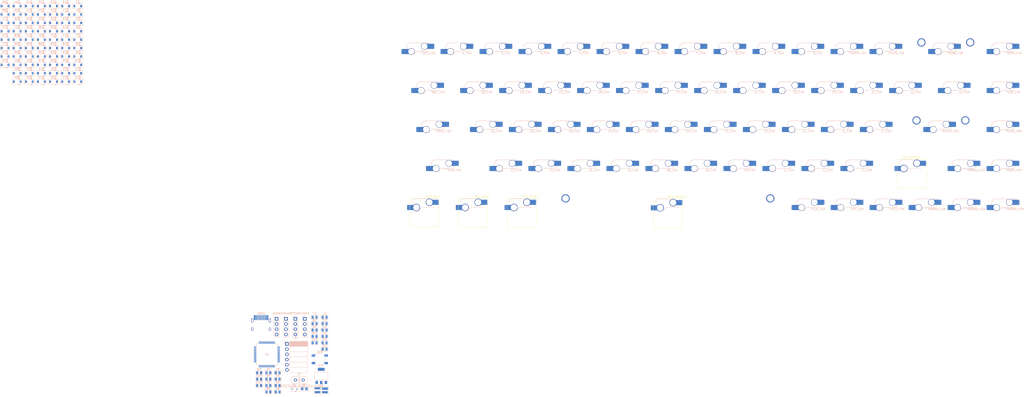
<source format=kicad_pcb>
(kicad_pcb (version 20241229) (generator "pcbnew") (generator_version "9.0")
  (layers (0 "F.Cu" signal) (4 "In1.Cu" signal) (6 "In2.Cu" signal) (2 "B.Cu" signal) (13 "F.Paste" user) (15 "B.Paste" user) (5 "F.SilkS" user "F.Silkscreen") (7 "B.SilkS" user "B.Silkscreen") (1 "F.Mask" user) (3 "B.Mask" user) (25 "Edge.Cuts" user))
  (net 0 "")
  (net 1 "GND")
  (net 2 "+3.3V")
  (net 3 "+5V")
  (net 4 "Net-(D3-A)")
  (net 5 "Net-(D4-A)")
  (net 6 "Net-(D5-A)")
  (net 7 "Net-(D6-A)")
  (net 8 "Net-(D7-A)")
  (net 9 "Net-(D8-A)")
  (net 10 "Net-(D9-A)")
  (net 11 "Net-(D10-A)")
  (net 12 "Net-(D11-A)")
  (net 13 "Net-(D12-A)")
  (net 14 "Net-(D13-A)")
  (net 15 "Net-(D14-A)")
  (net 16 "Net-(D15-A)")
  (net 17 "Net-(D16-A)")
  (net 18 "Net-(D17-A)")
  (net 19 "Net-(D18-A)")
  (net 20 "Net-(D19-A)")
  (net 21 "Net-(D20-A)")
  (net 22 "Net-(D21-A)")
  (net 23 "Net-(D22-A)")
  (net 24 "Net-(D23-A)")
  (net 25 "Net-(D29-A)")
  (net 26 "Net-(D30-A)")
  (net 27 "Net-(D31-A)")
  (net 28 "Net-(D32-A)")
  (net 29 "Net-(D33-A)")
  (net 30 "Net-(D24-A)")
  (net 31 "Net-(D25-A)")
  (net 32 "Net-(D26-A)")
  (net 33 "Net-(D27-A)")
  (net 34 "Net-(D28-A)")
  (net 35 "Net-(D34-A)")
  (net 36 "/COL2")
  (net 37 "/COL3")
  (net 38 "/COL4")
  (net 39 "/COL5")
  (net 40 "/COL1")
  (net 41 "/ROT_TIMB")
  (net 42 "/ROT_TIMA")
  (net 43 "Net-(U1-OSCIN)")
  (net 44 "Net-(U1-OSCOUT)")
  (net 45 "Net-(U1-VCAP)")
  (net 46 "/NRST")
  (net 47 "/D+")
  (net 48 "/D-")
  (net 49 "/ROW1")
  (net 50 "/ROW2")
  (net 51 "/ROW3")
  (net 52 "/ROW4")
  (net 53 "/ROW5")
  (net 54 "Net-(D35-A)")
  (net 55 "/ROT_SW")
  (net 56 "/UART_TX_EAST")
  (net 57 "/UART_RX_EAST")
  (net 58 "Net-(U1-VDDA)")
  (net 59 "/RGB_DATAIN")
  (net 60 "Net-(D36-A)")
  (net 61 "Net-(D37-A)")
  (net 62 "Net-(D38-A)")
  (net 63 "Net-(D39-A)")
  (net 64 "Net-(D40-A)")
  (net 65 "Net-(D41-A)")
  (net 66 "Net-(D42-A)")
  (net 67 "Net-(D43-A)")
  (net 68 "Net-(D44-A)")
  (net 69 "Net-(D45-A)")
  (net 70 "Net-(D46-A)")
  (net 71 "Net-(D47-A)")
  (net 72 "Net-(D48-A)")
  (net 73 "Net-(D50-A)")
  (net 74 "Net-(D51-A)")
  (net 75 "Net-(D52-A)")
  (net 76 "Net-(D53-A)")
  (net 77 "Net-(D54-A)")
  (net 78 "Net-(D55-A)")
  (net 79 "Net-(D56-A)")
  (net 80 "Net-(D57-A)")
  (net 81 "Net-(D58-A)")
  (net 82 "/UART_TX_NORTH")
  (net 83 "/UART_RX_NORTH")
  (net 84 "Net-(USB1-CC2)")
  (net 85 "Net-(USB1-CC1)")
  (net 86 "Net-(U1-PA11)")
  (net 87 "Net-(U1-PA12)")
  (net 88 "Net-(U1-BOOT)")
  (net 89 "/JTCLK")
  (net 90 "Net-(J1-Pin_2)")
  (net 91 "/JTMS")
  (net 92 "Net-(J1-Pin_4)")
  (net 93 "Net-(J1-Pin_5)")
  (net 94 "Net-(J1-Pin_6)")
  (net 95 "/SWO")
  (net 96 "/UART_TX_SOUTH")
  (net 97 "/UART_RX_SOUTH")
  (net 99 "AGND")
  (net 100 "Net-(D59-A)")
  (net 101 "/UART_TX_WEST")
  (net 104 "Net-(D60-A)")
  (net 105 "Net-(D61-A)")
  (net 106 "Net-(D62-A)")
  (net 109 "Net-(D64-A)")
  (net 111 "Net-(D65-A)")
  (net 112 "Net-(D68-A)")
  (net 113 "/UART_RX_WEST")
  (net 114 "Net-(D71-A)")
  (net 115 "Net-(D72-A)")
  (net 116 "Net-(D73-A)")
  (net 119 "Net-(D2-A)")
  (net 124 "Net-(D74-A)")
  (net 125 "Net-(D75-A)")
  (net 126 "Net-(D76-A)")
  (net 127 "/COL12")
  (net 128 "/COL9")
  (net 129 "/COL10")
  (net 130 "/COL11")
  (net 131 "/COL6")
  (net 132 "/COL7")
  (net 133 "/COL8")
  (net 134 "/COL14")
  (net 135 "/COL13")
  (net 136 "/COL15")
  (footprint "PCM_marbastlib-mx:STAB_MX_P_2u" (layer "F.Cu") (at 230.98125 47.625)
    (property "Reference" "S3" (hide yes))
    (property "Value" "MX_stab")
  )
  (footprint "PCM_Switch_Keyboard_Hotswap_Kailh:SW_Hotswap_Kailh_MX_Plated_1.25u" (layer "F.Cu") (at 23.8125 123.825)
    (property "Reference" "KEY_CTRL1")
    (property "Value" "MX_SW_HS")
  )
  (footprint "PCM_Switch_Keyboard_Hotswap_Kailh:SW_Hotswap_Kailh_MX_Plated_1.25u" (layer "F.Cu") (at 95.25 123.98375)
    (property "Reference" "KEY_SPACE1")
    (property "Value" "MX_SW_HS")
  )
  (footprint "PCM_marbastlib-mx:STAB_MX_2.25u" (layer "F.Cu") (at -14.2875 104.775)
    (property "Reference" "S1" (hide yes))
    (property "Value" "MX_stab")
  )
  (footprint "PCM_marbastlib-mx:STAB_MX_P_6.25u" (layer "F.Cu") (at 95.25 123.825)
    (property "Reference" "S2" (hide yes))
    (property "Value" "MX_stab")
  )
  (footprint "PCM_marbastlib-mx:STAB_MX_P_2.25u" (layer "F.Cu") (at 228.6 85.725)
    (property "Reference" "S4" (hide yes))
    (property "Value" "MX_stab")
  )
  (footprint "PCM_Switch_Keyboard_Hotswap_Kailh:SW_Hotswap_Kailh_MX_Plated_1.25u" (layer "F.Cu") (at -23.8125 123.825)
    (property "Reference" "KEY_ALT1")
    (property "Value" "MX_SW_HS")
  )
  (footprint "PCM_Switch_Keyboard_Hotswap_Kailh:SW_Hotswap_Kailh_MX_Plated_1.25u" (layer "F.Cu") (at 0 123.825)
    (property "Reference" "KEY_WIN1")
    (property "Value" "MX_SW_HS")
  )
  (footprint "PCM_Switch_Keyboard_Hotswap_Kailh:SW_Hotswap_Kailh_MX_Plated_1.75u" (layer "F.Cu") (at 214.3125 104.775)
    (property "Reference" "KEY_SHIFT2")
    (property "Value" "MX_SW_HS")
  )
  (footprint "PCM_Resistor_SMD_AKL:R_0805_2012Metric" (layer "B.Cu") (at -99.92025 205.13825 180)
    (property "Reference" "R6")
    (property "Value" "22" (hide yes))
  )
  (footprint "PCM_marbastlib-mx:SW_MX_HS_CPG151101S11_1u" (layer "B.Cu") (at -7.19625 47.625 180)
    (property "Reference" "KEY_1")
    (property "Value" "MX_SW_HS")
  )
  (footprint "PCM_marbastlib-mx:SW_MX_HS_CPG151101S11_1u" (layer "B.Cu") (at 173.83125 66.675 180)
    (property "Reference" "KEY_P1")
    (property "Value" "MX_SW_HS")
  )
  (footprint "PCM_Diode_SMD_AKL:D_SOD-123" (layer "B.Cu") (at -210.80025 35.19825 180)
    (property "Reference" "D36")
    (property "Value" "1N4148W" (hide yes))
  )
  (footprint "PCM_Capacitor_SMD_AKL:C_0805_2012Metric" (layer "B.Cu") (at -77.352932 178.02825 180)
    (property "Reference" "C8")
    (property "Value" "10uF" (hide yes))
  )
  (footprint "PCM_marbastlib-mx:SW_MX_HS_CPG151101S11_1u" (layer "B.Cu") (at 259.55625 47.625 180)
    (property "Reference" "KEY_HOME1")
    (property "Value" "MX_SW_HS")
  )
  (footprint "PCM_Diode_SMD_AKL:D_SOD-123" (layer "B.Cu") (at -222.64025 26.99825 180)
    (property "Reference" "D55")
    (property "Value" "1N4148W" (hide yes))
  )
  (footprint "PCM_marbastlib-mx:SW_MX_HS_CPG151101S11_1u" (layer "B.Cu") (at 188.11875 104.775 180)
    (property "Reference" "KEY_/1")
    (property "Value" "MX_SW_HS")
  )
  (footprint "PCM_Diode_SMD_AKL:D_SOD-123" (layer "B.Cu") (at -228.56025 31.09825 180)
    (property "Reference" "D71")
    (property "Value" "1N4148W" (hide yes))
  )
  (footprint "PCM_marbastlib-mx:SW_MX_HS_CPG151101S11_1u" (layer "B.Cu") (at 164.25375 47.625 180)
    (property "Reference" "KEY_0")
    (property "Value" "MX_SW_HS")
  )
  (footprint "PCM_marbastlib-mx:SW_MX_HS_CPG151101S11_1u" (layer "B.Cu") (at 130.96875 104.775 180)
    (property "Reference" "KEY_M1")
    (property "Value" "MX_SW_HS")
  )
  (footprint "PCM_Diode_SMD_AKL:D_SOD-123" (layer "B.Cu") (at -210.80025 43.39825 180)
    (property "Reference" "D38")
    (property "Value" "1N4148W" (hide yes))
  )
  (footprint "PCM_Diode_SMD_AKL:D_SOD-123" (layer "B.Cu") (at -198.96025 59.79825 180)
    (property "Reference" "D22")
    (property "Value" "1N4148W" (hide yes))
  )
  (footprint "PCM_marbastlib-mx:SW_MX_HS_CPG151101S11_1u" (layer "B.Cu") (at 73.81875 104.775 180)
    (property "Reference" "KEY_V1")
    (property "Value" "MX_SW_HS")
  )
  (footprint "PCM_marbastlib-mx:SW_MX_HS_CPG151101S11_1u" (layer "B.Cu") (at 159.54375 85.725 180)
    (property "Reference" "KEY_L1")
    (property "Value" "MX_SW_HS")
  )
  (footprint "PCM_Diode_SMD_AKL:D_SOD-123" (layer "B.Cu") (at -204.88025 47.49825 180)
    (property "Reference" "D29")
    (property "Value" "1N4148W" (hide yes))
  )
  (footprint "PCM_marbastlib-mx:SW_MX_HS_CPG151101S11_1u" (layer "B.Cu") (at 116.68125 66.675 180)
    (property "Reference" "KEY_U1")
    (property "Value" "MX_SW_HS")
  )
  (footprint "PCM_Resistor_SMD_AKL:R_0805_2012Metric" (layer "B.Cu") (at -104.44025 208.25825 180)
    (property "Reference" "R13")
    (property "Value" "DNP" (hide yes))
  )
  (footprint "PCM_marbastlib-mx:SW_MX_HS_CPG151101S11_1u" (layer "B.Cu") (at 259.55625 123.825 180)
    (property "Reference" "KEY_RARROW1")
    (property "Value" "MX_SW_HS")
  )
  (footprint "PCM_Diode_SMD_AKL:D_SOD-123" (layer "B.Cu") (at -198.96025 43.39825 180)
    (property "Reference" "D18")
    (property "Value" "1N4148W" (hide yes))
  )
  (footprint "PCM_Diode_SMD_AKL:D_SOD-123" (layer "B.Cu") (at -193.04025 22.89825 180)
    (property "Reference" "D3")
    (property "Value" "1N4148W" (hide yes))
  )
  (footprint "PCM_Diode_SMD_AKL:D_SOD-123" (layer "B.Cu") (at -204.88025 22.89825 180)
    (property "Reference" "D23")
    (property "Value" "1N4148W" (hide yes))
  )
  (footprint "PCM_marbastlib-mx:SW_MX_HS_CPG151101S11_1u" (layer "B.Cu") (at 45.24375 85.725 180)
    (property "Reference" "KEY_D1")
    (property "Value" "MX_SW_HS")
  )
  (footprint "PCM_Diode_SMD_AKL:D_SOD-123" (layer "B.Cu") (at -222.64025 43.39825 180)
    (property "Reference" "D59")
    (property "Value" "1N4148W" (hide yes))
  )
  (footprint "PCM_Diode_SMD_AKL:D_SOD-123" (layer "B.Cu") (at -228.56025 22.89825 180)
    (property "Reference" "D65")
    (property "Value" "1N4148W" (hide yes))
  )
  (footprint "Connector_PinSocket_2.54mm:PinSocket_1x04_P2.54mm_Vertical" (layer "B.Cu") (at -86.71525 175.67325 180)
    (property "Reference" "North1")
    (property "Value" "Conn_01x04")
  )
  (footprint "PCM_Resistor_SMD_AKL:R_0805_2012Metric" (layer "B.Cu") (at -99.92025 202.01825 180)
    (property "Reference" "R5")
    (property "Value" "10k" (hide yes))
  )
  (footprint "PCM_Resistor_SMD_AKL:R_0805_2012Metric" (layer "B.Cu") (at -104.44025 205.13825 180)
    (property "Reference" "R10")
    (property "Value" "DNP" (hide yes))
  )
  (footprint "Connector_PinSocket_2.54mm:PinSocket_1x04_P2.54mm_Vertical" (layer "B.Cu") (at -95.91525 175.67325 180)
    (property "Reference" "West1")
    (property "Value" "Conn_01x04")
  )
  (footprint "PCM_Diode_SMD_AKL:D_SOD-123" (layer "B.Cu") (at -210.80025 51.59825 180)
    (property "Reference" "D40")
    (property "Value" "1N4148W" (hide yes))
  )
  (footprint "PCM_marbastlib-mx:SW_MX_HS_CPG151101S11_1u" (layer "B.Cu") (at 35.71875 104.775 180)
    (property "Reference" "KEY_X1")
    (property "Value" "MX_SW_HS")
  )
  (footprint "PCM_Diode_SMD_AKL:D_SOD-123" (layer "B.Cu") (at -204.88025 35.19825 180)
    (property "Reference" "D26")
    (property "Value" "1N4148W" (hide yes))
  )
  (footprint "PCM_Diode_SMD_AKL:D_SOD-123" (layer "B.Cu") (at -222.64025 55.69825 180)
    (property "Reference" "D62")
    (property "Value" "1N4148W" (hide yes))
  )
  (footprint "PCM_Diode_SMD_AKL:D_SOD-123" (layer "B.Cu") (at -198.96025 39.29825 180)
    (property "Reference" "D17")
    (property "Value" "1N4148W" (hide yes))
  )
  (footprint "PCM_marbastlib-mx:SW_MX_HS_CPG151101S11_1u" (layer "B.Cu") (at 11.85375 47.625 180)
    (property "Reference" "KEY_2")
    (property "Value" "MX_SW_HS")
  )
  (footprint "PCM_Diode_SMD_AKL:D_SOD-123" (layer "B.Cu") (at -198.96025 26.99825 180)
    (property "Reference" "D14")
    (property "Value" "1N4148W" (hide yes))
  )
  (footprint "PCM_marbastlib-mx:SW_MX_HS_CPG151101S11_1u" (layer "B.Cu") (at 102.39375 85.725 180)
    (property "Reference" "KEY_H1")
    (property "Value" "MX_SW_HS")
  )
  (footprint "PCM_marbastlib-mx:SW_MX_HS_CPG151101S11_1u" (layer "B.Cu") (at 126.15375 47.625 180)
    (property "Reference" "KEY_8")
    (property "Value" "MX_SW_HS")
  )
  (footprint "PCM_marbastlib-mx:SW_MX_HS_CPG151101S11_1u" (layer "B.Cu") (at 88.05375 47.625 180)
    (property "Reference" "KEY_6")
    (property "Value" "MX_SW_HS")
  )
  (footprint "PCM_Diode_SMD_AKL:D_SOD-123" (layer "B.Cu") (at -210.80025 59.79825 180)
    (property "Reference" "D42")
    (property "Value" "1N4148W" (hide yes))
  )
  (footprint "PCM_marbastlib-mx:SW_MX_HS_CPG151101S11_1u" (layer "B.Cu") (at 183.35625 123.825 180)
    (property "Reference" "KEY_FN1")
    (property "Value" "MX_SW_HS")
  )
  (footprint "PCM_marbastlib-mx:SW_MX_HS_CPG151101S11_1u" (layer "B.Cu") (at -26.26875 47.625 180)
    (property "Reference" "KEY_ESC1")
    (property "Value" "MX_SW_HS")
  )
  (footprint "PCM_Diode_SMD_AKL:D_SOD-123" (layer "B.Cu") (at -210.80025 22.89825 180)
    (property "Reference" "D33")
    (property "Value" "1N4148W" (hide yes))
  )
  (footprint "PCM_marbastlib-mx:SW_MX_HS_CPG151101S11_1u" (layer "B.Cu") (at 30.90375 47.625 180)
    (property "Reference" "KEY_3")
    (property "Value" "MX_SW_HS")
  )
  (footprint "PCM_marbastlib-mx:SW_MX_HS_CPG151101S11_1u" (layer "B.Cu") (at 7.14375 85.725 180)
    (property "Reference" "KEY_A1")
    (property "Value" "MX_SW_HS")
  )
  (footprint "PCM_marbastlib-mx:SW_MX_HS_CPG151101S11_1u" (layer "B.Cu") (at 154.78125 66.675 180)
    (property "Reference" "KEY_O1")
    (property "Value" "MX_SW_HS")
  )
  (footprint "PCM_Diode_SMD_AKL:D_SOD-123" (layer "B.Cu") (at -210.80025 31.09825 180)
    (property "Reference" "D35")
    (property "Value" "1N4148W" (hide yes))
  )
  (footprint "PCM_marbastlib-mx:SW_MX_HS_CPG151101S11_1u" (layer "B.Cu") (at 221.45625 123.825 180)
    (property "Reference" "KEY_DARROW1")
    (property "Value" "MX_SW_HS")
  )
  (footprint "PCM_marbastlib-mx:SW_MX_HS_CPG151101S11_1u" (layer "B.Cu") (at 111.91875 104.775 180)
    (property "Reference" "KEY_N1")
    (property "Value" "MX_SW_HS")
  )
  (footprint "PCM_Diode_SMD_AKL:D_SOD-123" (layer "B.Cu") (at -228.56025 35.19825 180)
    (property "Reference" "D72")
    (property "Value" "1N4148W" (hide yes))
  )
  (footprint "PCM_Diode_SMD_AKL:D_SOD-123" (layer "B.Cu") (at -193.04025 59.79825 180)
    (property "Reference" "D12")
    (property "Value" "1N4148W" (hide yes))
  )
  (footprint "PCM_Diode_SMD_AKL:D_SOD-123" (layer "B.Cu") (at -216.72025 26.99825 180)
    (property "Reference" "D44")
    (property "Value" "1N4148W" (hide yes))
  )
  (footprint "PCM_Diode_SMD_AKL:D_SOD-123" (layer "B.Cu") (at -193.04025 26.99825 180)
    (property "Reference" "D4")
    (property "Value" "1N4148W" (hide yes))
  )
  (footprint "PCM_marbastlib-mx:SW_MX_HS_CPG151101S11_1u" (layer "B.Cu") (at 259.55625 66.675 180)
    (property "Reference" "KEY_DEL1")
    (property "Value" "MX_SW_HS")
  )
  (footprint "PCM_Resistor_SMD_AKL:R_0805_2012Metric" (layer "B.Cu") (at -95.40025 208.25825 180)
    (property "Reference" "R3")
    (property "Value" "22" (hide yes))
  )
  (footprint "PCM_marbastlib-mx:SW_MX_HS_CPG151101S11_1u" (layer "B.Cu") (at 78.50625 66.675 180)
    (property "Reference" "KEY_T1")
    (property "Value" "MX_SW_HS")
  )
  (footprint "PCM_marbastlib-mx:SW_MX_HS_CPG151101S11_1u" (layer "B.Cu") (at 49.95375 47.625 180)
    (property "Reference" "KEY_4")
    (property "Value" "MX_SW_HS")
  )
  (footprint "PCM_Diode_SMD_AKL:D_SOD-123" (layer "B.Cu") (at -210.80025 47.49825 180)
    (property "Reference" "D39")
    (property "Value" "1N4148W" (hide yes))
  )
  (footprint "PCM_Capacitor_SMD_AKL:C_0805_2012Metric" (layer "B.Cu") (at -72.471144 190.50825 180)
    (property "Reference" "C6")
    (property "Value" "100nF" (hide yes))
  )
  (footprint "PCM_Resistor_SMD_AKL:R_0805_2012Metric" (layer "B.Cu") (at -99.92025 208.25825 180)
    (property "Reference" "R7")
    (property "Value" "22" (hide yes))
  )
  (footprint "PCM_Capacitor_SMD_AKL:C_0805_2012Metric" (layer "B.Cu") (at -72.471144 178.02825 180)
    (property "Reference" "C2")
    (property "Value" "20pF" (hide yes))
  )
  (footprint "PCM_Diode_SMD_AKL:D_SOD-123" (layer "B.Cu") (at -198.96025 47.49825 180)
    (property "Reference" "D19")
    (property "Value" "1N4148W" (hide yes))
  )
  (footprint "PCM_Capacitor_SMD_AKL:C_0805_2012Metric" (layer "B.Cu") (at -77.352932 181.14825 180)
    (property "Reference" "C9")
    (property "Value" "4.7uF" (hide yes))
  )
  (footprint "PCM_Diode_SMD_AKL:D_SOD-123" (layer "B.Cu") (at -216.72025 43.39825 180)
    (property "Reference" "D48")
    (property "Value" "1N4148W" (hide yes))
  )
  (footprint "PCM_Diode_SMD_AKL:D_SOD-123" (layer "B.Cu") (at -204.88025 39.29825 180)
    (property "Reference" "D27")
    (property "Value" "1N4148W" (hide yes))
  )
  (footprint "PCM_marbastlib-mx:SW_MX_HS_CPG151101S11_1u" (layer "B.Cu") (at 2.38125 66.675 180)
    (property "Reference" "KEY_Q1")
    (property "Value" "MX_SW_HS")
  )
  (footprint "PCM_marbastlib-mx:SW_MX_HS_CPG151101S11_1u" (layer "B.Cu") (at 240.50625 104.775 180)
    (property "Reference" "KEY_UARROW1")
    (property "Value" "MX_SW_HS")
  )
  (footprint "PCM_Diode_SMD_AKL:D_SOD-123" (layer "B.Cu") (at -210.80025 55.69825 180)
    (property "Reference" "D41")
    (property "Value" "1N4148W" (hide yes))
  )
  (footprint "PCM_Diode_SMD_AKL:D_SOD-123" (layer "B.Cu") (at -193.04025 47.49825 180)
    (property "Reference" "D9")
    (property "Value" "1N4148W" (hide yes))
  )
  (footprint "PCM_Diode_SMD_AKL:D_SOD-123" (layer "B.Cu") (at -193.04025 31.09825 180)
    (property "Reference" "D5")
    (property "Value" "1N4148W" (hide yes))
  )
  (footprint "PCM_Diode_SMD_AKL:D_SOD-123" (layer "B.Cu") (at -193.04025 55.69825 180)
    (property "Reference" "D11")
    (property "Value" "1N4148W" (hide yes))
  )
  (footprint "PCM_Diode_SMD_AKL:D_SOD-123" (layer "B.Cu") (at -222.64025 47.49825 180)
    (property "Reference" "D60")
    (property "Value" "1N4148W" (hide yes))
  )
  (footprint "PCM_Capacitor_SMD_AKL:C_0805_2012Metric" (layer "B.Cu") (at -72.471144 184.26825 180)
    (property "Reference" "C4")
    (property "Value" "100nF" (hide yes))
  )
  (footprint "PCM_Diode_SMD_AKL:D_SOD-123" (layer "B.Cu") (at -222.64025 22.89825 180)
    (property "Reference" "D54")
    (property "Value" "1N4148W" (hide yes))
  )
  (footprint "Type-C.pretty-master:HRO-TYPE-C-31-M-12-HandSoldering" (layer "B.Cu") (at -103.51025 183.26825 180)
    (property "Reference" "USB1")
    (property "Value" "HRO-TYPE-C-31-M-12")
  )
  (footprint "PCM_Diode_SMD_AKL:D_SOD-123" (layer "B.Cu") (at -193.04025 35.19825 180)
    (property "Reference" "D6")
    (property "Value" "1N4148W" (hide yes))
  )
  (footprint "PCM_marbastlib-mx:SW_MX_HS_CPG151101S11_1u" (layer "B.Cu") (at 59.50625 66.675 180)
    (property "Reference" "KEY_R1")
    (property "Value" "MX_SW_HS")
  )
  (footprint "PCM_marbastlib-mx:SW_MX_HS_CPG151101S11_1u" (layer "B.Cu") (at 192.88125 66.675 180)
    (property "Reference" "KEY_[1")
    (property "Value" "MX_SW_HS")
  )
  (footprint "PCM_Diode_SMD_AKL:D_SOD-123" (layer "B.Cu") (at -228.56025 47.49825 180)
    (property "Reference" "D75")
    (property "Value" "1N4148W" (hide yes))
  )
  (footprint "PCM_marbastlib-mx:SW_MX_HS_CPG151101S11_1u" (layer "B.Cu") (at 140.49375 85.725 180)
    (property "Reference" "KEY_K1")
    (property "Value" "MX_SW_HS")
  )
  (footprint "PCM_marbastlib-mx:SW_MX_HS_CPG151101S11_1u" (layer "B.Cu") (at -14.2875 104.775 180)
    (property "Reference" "KEY_SHIFT1")
    (property "Value" "MX_SW_HS")
  )
  (footprint "PCM_marbastlib-various:SW_SPST_SKQG_WithStem" (layer "B.Cu") (at -74.80525 195.44325 180)
    (property "Reference" "SW2")
    (property "Value" "Push_Button")
  )
  (footprint "PCM_Diode_SMD_AKL:D_SOD-123" (layer "B.Cu") (at -222.64025 39.29825 180)
    (property "Reference" "D58")
    (property "Value" "1N4148W" (hide yes))
  )
  (footprint "PCM_Diode_SMD_AKL:D_SOD-123" (layer "B.Cu") (at -198.96025 51.59825 180)
    (property "Reference" "D20")
    (property "Value" "1N4148W" (hide yes))
  )
  (footprint "PCM_Diode_SMD_AKL:D_SOD-123" (layer "B.Cu") (at -198.96025 31.09825 180)
    (property "Reference" "D15")
    (property "Value" "1N4148W" (hide yes))
  )
  (footprint "PCM_marbastlib-mx:SW_MX_HS_CPG151101S11_1u" (layer "B.Cu") (at -21.50625 66.675 180)
    (property "Reference" "KEY_TAB1")
    (property "Value" "MX_SW_HS")
  )
  (footprint "PCM_Diode_SMD_AKL:D_SOD-323" (layer "B.Cu") (at -87.17025 209.99825 180)
    (property "Reference" "D2")
    (property "Value" "BAT60JFILM" (hide yes))
  )
  (footprint "PCM_Diode_SMD_AKL:D_SOD-123" (layer "B.Cu") (at -216.72025 55.69825 180)
    (property "Reference" "D52")
    (property "Value" "1N4148W" (hide yes))
  )
  (footprint "PCM_marbastlib-mx:SW_MX_HS_CPG151101S11_1u" (layer "B.Cu") (at 40.48125 66.675 180)
    (property "Reference" "KEY_E1")
    (property "Value" "MX_SW_HS")
  )
  (footprint "PCM_Diode_SMD_AKL:D_SOD-123" (layer "B.Cu") (at -216.72025 59.79825 180)
    (property "Reference" "D53")
    (property "Value" "1N4148W" (hide yes))
  )
  (footprint "PCM_marbastlib-mx:SW_MX_HS_CPG151101S11_1u" (layer "B.Cu") (at 92.86875 104.775 180)
    (property "Reference" "KEY_B1")
    (property "Value" "MX_SW_HS")
  )
  (footprint "PCM_Resistor_SMD_AKL:R_0805_2012Metric" (layer "B.Cu") (at -95.40025 205.13825 180)
    (property "Reference" "R2")
    (property "Value" "5.1k" (hide yes))
  )
  (footprint "PCM_marbastlib-mx:SW_MX_HS_CPG151101S11_1u" (layer "B.Cu") (at 202.40625 123.825 180)
    (property "Reference" "KEY_CTRL2")
    (property "Value" "MX_SW_HS")
  )
  (footprint "PCM_marbastlib-mx:SW_MX_HS_CPG151101S11_1u" (layer "B.Cu") (at 83.34375 85.725 180)
    (property "Reference" "KEY_G1")
    (property "Value" "MX_SW_HS")
  )
  (footprint "PCM_Capacitor_SMD_AKL:C_0805_2012Metric" (layer "B.Cu") (at -77.352932 184.26825 180)
    (property "Reference" "C10")
    (property "Value" "1uF" (hide yes))
  )
  (footprint "PCM_marbastlib-mx:SW_MX_HS_CPG151101S11_1u" (layer "B.Cu") (at 26.19375 85.725 180)
    (property "Reference" "KEY_S1")
    (property "Value" "MX_SW_HS")
  )
  (footprint "PCM_Diode_SMD_AKL:D_SOD-123" (layer "B.Cu") (at -198.96025 35.19825 180)
    (property "Reference" "D16")
    (property "Value" "1N4148W" (hide yes))
  )
  (footprint "PCM_marbastlib-mx:SW_MX_HS_CPG151101S11_1u" (layer "B.Cu") (at 259.55625 104.775 180)
    (property "Reference" "KEY_PGDN1")
    (property "Value" "MX_SW_HS")
  )
  (footprint "PCM_Capacitor_SMD_AKL:C_0805_2012Metric" (layer "B.Cu") (at -77.352932 187.38825 180)
    (property "Reference" "C11")
    (property "Value" "0.1uF" (hide yes))
  )
  (footprint "PCM_Diode_SMD_AKL:D_SOD-123" (layer "B.Cu") (at -216.72025 31.09825 180)
    (property "Reference" "D45")
    (property "Value" "1N4148W" (hide yes))
  )
  (footprint "PCM_marbastlib-mx:SW_MX_HS_CPG151101S11_1u" (layer "B.Cu") (at -19.05 85.725 180)
    (property "Reference" "KEY_CAPS1")
    (property "Value" "MX_SW_HS")
  )
  (footprint "PCM_marbastlib-mx:SW_MX_HS_CPG151101S11_1u" (layer "B.Cu") (at 64.29375 85.725 180)
    (property "Reference" "KEY_F1")
    (property "Value" "MX_SW_HS")
  )
  (footprint "PCM_marbastlib-mx:SW_MX_HS_CPG151101S11_1u" (layer "B.Cu") (at 135.70625 66.675 180)
    (property "Reference" "KEY_I1")
    (property "Value" "MX_SW_HS")
  )
  (footprint "PCM_Diode_SMD_AKL:D_SOD-123" (layer "B.Cu") (at -216.72025 51.59825 180)
    (property "Reference" "D51")
    (property "Value" "1N4148W" (hide yes))
  )
  (footprint "PCM_Diode_SMD_AKL:D_SOD-123" (layer "B.Cu") (at -204.88025 26.99825 180)
    (property "Reference" "D24")
    (property "Value" "1N4148W" (hide yes))
  )
  (footprint "PCM_Diode_SMD_AKL:D_SOD-123" (layer "B.Cu") (at -222.64025 59.79825 180)
    (property "Reference" "D64")
    (property "Value" "1N4148W" (hide yes))
  )
  (footprint "PCM_Diode_SMD_AKL:D_SOD-123" (layer "B.Cu") (at -216.72025 47.49825 180)
    (property "Reference" "D50")
    (property "Value" "1N4148W" (hide yes))
  )
  (footprint "PCM_Resistor_SMD_AKL:R_0805_2012Metric" (layer "B.Cu") (at -104.44025 202.01825 180)
    (property "Reference" "R9")
    (property "Value" "22" (hide yes))
  )
  (footprint "PCM_Diode_SMD_AKL:D_SOD-123" (layer "B.Cu") (at -204.88025 55.69825 180)
    (property "Reference" "D31")
    (property "Value" "1N4148W" (hide yes))
  )
  (footprint "PCM_Fuse_AKL:Fuse_0805_2012Metric_Pad1.15x1.40mm_BigPads" (layer "B.Cu") (at -82.35025 209.80825 180)
    (property "Reference" "FB1")
    (property "Value" "Ferrite_Bead" (hide yes))
  )
  (footprint "PCM_marbastlib-mx:SW_MX_HS_CPG151101S11_1u" (layer "B.Cu") (at 230.98125 47.625 180)
    (property "Reference" "KEY_BKSP1")
    (property "Value" "MX_SW_HS")
  )
  (footprint "PCM_Diode_SMD_AKL:D_SOD-123" (layer "B.Cu") (at -204.88025 31.09825 180)
    (property "Reference" "D25")
    (property "Value" "1N4148W" (hide yes))
  )
  (footprint "PCM_marbastlib-mx:SW_MX_HS_CPG151101S11_1u" (layer "B.Cu") (at 183.30375 47.625 180)
    (property "Reference" "KEY_MINUS1")
    (property "Value" "MX_SW_HS")
  )
  (footprint "PCM_Diode_SMD_AKL:D_SOD-123" (layer "B.Cu") (at -228.56025 26.99825 180)
    (property "Reference" "D68")
    (property "Value" "1N4148W" (hide yes))
  )
  (footprint "PCM_marbastlib-mx:SW_MX_HS_CPG151101S11_1u" (layer "B.Cu") (at 150.01875 104.775 180)
    (property "Reference" "KEY_,1")
    (property "Value" "MX_SW_HS")
  )
  (footprint "PCM_Diode_SMD_AKL:D_SOD-123" (layer "B.Cu") (at -216.72025 39.29825 180)
    (property "Reference" "D47")
    (property "Value" "1N4148W" (hide yes))
  )
  (footprint "PCM_marbastlib-mx:SW_MX_HS_CPG151101S11_1u" (layer "B.Cu") (at 178.59375 85.725 180)
    (property "Reference" "KEY_;1")
    (property "Value" "MX_SW_HS")
  )
  (footprint "PCM_marbastlib-mx:SW_MX_HS_CPG151101S11_1u" (layer "B.Cu") (at 97.63125 66.675 180)
    (property "Reference" "KEY_Y1")
    (property "Value" "MX_SW_HS")
  )
  (footprint "PCM_Diode_SMD_AKL:D_SOD-123" (layer "B.Cu") (at -216.72025 35.19825 180)
    (property "Reference" "D46")
    (property "Value" "1N4148W" (hide yes))
  )
  (footprint "PCM_Package_TO_SOT_SMD_AKL:SOT-143_Handsoldering" (layer "B.Cu") (at -74.08275 210.54325 180)
    (property "Reference" "D1")
    (property "Value" "PRTR5V0U2X")
  )
  (footprint "PCM_Diode_SMD_AKL:D_SOD-123" (layer "B.Cu") (at -210.80025 26.99825 180)
    (property "Reference" "D34")
    (property "Value" "1N4148W" (hide yes))
  )
  (footprint "Connector_PinSocket_2.54mm:PinSocket_1x06_P2.54mm_Horizontal" (layer "B.Cu") (at -90.86525 187.92325 180)
    (property "Reference" "J1")
    (property "Value" "Conn_01x06")
  )
  (footprint "PCM_marbastlib-mx:SW_MX_HS_CPG151101S11_1u" (layer "B.Cu") (at 202.33125 47.625 180)
    (property "Reference" "KEY_PLUS1")
    (property "Value" "MX_SW_HS")
  )
  (footprint "Connector_PinSocket_2.54mm:PinSocket_1x04_P2.54mm_Vertical" (layer "B.Cu") (at -82.11525 175.67325 180)
    (property "Reference" "East1")
    (property "Value" "Conn_01x04")
  )
  (footprint "PCM_marbastlib-mx:SW_MX_HS_CPG151101S11_1u" (layer "B.Cu") (at 54.76875 104.775 180)
    (property "Reference" "KEY_C1")
    (property "Value" "MX_SW_HS")
  )
  (footprint "PCM_marbastlib-mx:SW_MX_HS_CPG151101S11_1u" (layer "B.Cu") (at 107.10375 47.625 180)
    (property "Reference" "KEY_7")
    (property "Value" "MX_SW_HS")
  )
  (footprint "PCM_Diode_SMD_AKL:D_SOD-123" (layer "B.Cu") (at -204.88025 51.59825 180)
    (property "Reference" "D30")
    (property "Value" "1N4148W" (hide yes))
  )
  (footprint "PCM_Resistor_SMD_AKL:R_0805_2012Metric" (layer "B.Cu") (at -95.40025 211.37825 180)
    (property "Reference" "R4")
    (property "Value" "22" (hide yes))
  )
  (footprint "PCM_marbastlib-mx:SW_MX_HS_CPG151101S11_1u" (layer "B.Cu") (at 16.66875 104.775 180)
    (property "Reference" "KEY_Z1")
    (property "Value" "MX_SW_HS")
  )
  (footprint "PCM_Diode_SMD_AKL:D_SOD-123" (layer "B.Cu") (at -210.80025 39.29825 180)
    (property "Reference" "D37")
    (property "Value" "1N4148W" (hide yes))
  )
  (footprint "PCM_Diode_SMD_AKL:D_SOD-123" (layer "B.Cu") (at -198.96025 55.69825 180)
    (property "Reference" "D21")
    (property "Value" "1N4148W" (hide yes))
  )
  (footprint "PCM_marbastlib-mx:SW_MX_HS_CPG151101S11_1u" (layer "B.Cu") (at 69.00375 47.625 180)
    (property "Reference" "KEY_5")
    (property "Value" "MX_SW_HS")
  )
  (footprint "PCM_Diode_SMD_AKL:D_SOD-123" (layer "B.Cu") (at -216.72025 22.89825 180)
    (property "Reference" "D43")
    (property "Value" "1N4148W" (hide yes))
  )
  (footprint "footprints:LQFP64-10x10mm" (layer "B.Cu") (at -100.64355 193.02935 180)
    (property "Reference" "U1")
    (property "Value" "~")
  )
  (footprint "PCM_Diode_SMD_AKL:D_SOD-123" (layer "B.Cu") (at -198.96025 22.89825 180)
    (property "Reference" "D13")
    (property "Value" "1N4148W" (hide yes))
  )
  (footprint "PCM_Capacitor_SMD_AKL:C_0805_2012Metric" (layer "B.Cu") (at -72.471144 187.38825 180)
    (property "Reference" "C5")
    (property "Value" "100nF" (hide yes))
  )
  (footprint "PCM_Capacitor_SMD_AKL:C_0805_2012Metric" (layer "B.Cu") (at -77.352932 174.90825 180)
    (property "Reference" "C7")
    (property "Value" "1uF" (hide yes))
  )
  (footprint "PCM_marbastlib-mx:SW_MX_HS_CPG151101S11_1u" (layer "B.Cu") (at 197.64375 85.725 180)
    (property "Reference" "KEY_'1")
    (property "Value" "MX_SW_HS")
  )
  (footprint "PCM_Diode_SMD_AKL:D_SOD-123" (layer "B.Cu") (at -228.56025 43.39825 180)
    (property "Reference" "D74")
    (property "Value" "1N4148W" (hide yes))
  )
  (footprint "PCM_marbastlib-mx:SW_MX_HS_CPG151101S11_1u" (layer "B.Cu") (at 164.30625 123.825 180)
    (property "Reference" "KEY_ALT2")
    (property "Value" "MX_SW_HS")
  )
  (footprint "PCM_marbastlib-mx:SW_MX_HS_CPG151101S11_1u" (layer "B.Cu") (at 121.44375 85.725 180)
    (property "Reference" "KEY_J1")
    (property "Value" "MX_SW_HS")
  )
  (footprint "PCM_marbastlib-mx:SW_MX_HS_CPG151101S11_1u" (layer "B.Cu") (at 145.20375 47.625 180)
    (property "Reference" "KEY_9")
    (property "Value" "MX_SW_HS")
  )
  (footprint "Connector_PinSocket_2.54mm:PinSocket_1x04_P2.54mm_Vertical" (layer "B.Cu") (at -91.31525 175.67325 180)
    (property "Reference" "South1")
    (property "Value" "Conn_01x04")
  )
  (footprint "PCM_marbastlib-mx:SW_MX_HS_CPG151101S11_1.5u" (layer "B.Cu") (at 235.74375 66.675 180)
    (property "Reference" "KEY_\\1")
    (property "Value" "MX_SW_HS")
  )
  (footprint "PCM_Crystal_AKL:Crystal_HC52-U_Vertical" (layer "B.Cu") (at -82.91525 205.52325 180)
    (property "Reference" "Y1")
    (property "Value" "8MHz" (hide yes))
  )
  (footprint "PCM_marbastlib-mx:SW_MX_HS_CPG151101S11_1u" (layer "B.Cu") (at 211.93125 66.675 180)
    (property "Reference" "KEY_]1")
    (property "Value" "MX_SW_HS")
  )
  (footprint "PCM_Diode_SMD_AKL:D_SOD-123" (layer "B.Cu") (at -228.56025 51.59825 180)
    (property "Reference" "D76")
    (property "Value" "1N4148W" (hide yes))
  )
  (footprint "PCM_marbastlib-mx:SW_MX_HS_CPG151101S11_1u" (layer "B.Cu") (at 240.50625 123.825 180)
    (property "Reference" "KEY_DARROW2")
    (property "Value" "MX_SW_HS")
  )
  (footprint "PCM_Resistor_SMD_AKL:R_0805_2012Metric" (layer "B.Cu") (at -95.40025 202.01825 180)
    (property "Reference" "R1")
    (property "Value" "5.1k" (hide yes))
  )
  (footprint "PCM_Diode_SMD_AKL:D_SOD-123" (layer "B.Cu") (at -193.04025 39.29825 180)
    (property "Reference" "D7")
    (property "Value" "1N4148W" (hide yes))
  )
  (footprint "PCM_Diode_SMD_AKL:D_SOD-123" (layer "B.Cu") (at -204.88025 43.39825 180)
    (property "Reference" "D28")
    (property "Value" "1N4148W" (hide yes))
  )
  (footprint "PCM_Diode_SMD_AKL:D_SOD-123" (layer "B.Cu") (at -204.88025 59.79825 180)
    (property "Reference" "D32")
    (property "Value" "1N4148W" (hide yes))
  )
  (footprint "PCM_Diode_SMD_AKL:D_SOD-123" (layer "B.Cu") (at -222.64025 35.19825 180)
    (property "Reference" "D57")
    (property "Value" "1N4148W" (hide yes))
  )
  (footprint "PCM_Capacitor_SMD_AKL:C_0805_2012Metric" (layer "B.Cu") (at -72.471144 174.90825 180)
    (property "Reference" "C1")
    (property "Value" "20pF" (hide yes))
  )
  (footprint "PCM_Resistor_SMD_AKL:R_0805_2012Metric" (layer "B.Cu") (at -99.92025 211.37825 180)
    (property "Reference" "R8")
    (property "Value" "22" (hide yes))
  )
  (footprint "PCM_marbastlib-mx:SW_MX_HS_CPG151101S11_1u" (layer "B.Cu") (at 228.6 85.725 180)
    (property "Reference" "KEY_ENTER1")
    (property "Value" "MX_SW_HS")
  )
  (footprint "PCM_Diode_SMD_AKL:D_SOD-123" (layer "B.Cu") (at -193.04025 51.59825 180)
    (property "Reference" "D10")
    (property "Value" "1N4148W" (hide yes))
  )
  (footprint "PCM_Diode_SMD_AKL:D_SOD-123" (layer "B.Cu") (at -193.04025 43.39825 180)
    (property "Reference" "D8")
    (property "Value" "1N4148W" (hide yes))
  )
  (footprint "PCM_Diode_SMD_AKL:D_SOD-123" (layer "B.Cu") (at -222.64025 31.09825 180)
    (property "Reference" "D56")
    (property "Value" "1N4148W" (hide yes))
  )
  (footprint "PCM_Diode_SMD_AKL:D_SOD-123" (layer "B.Cu") (at -222.64025 51.59825 180)
    (property "Reference" "D61")
    (property "Value" "1N4148W" (hide yes))
  )
  (footprint "PCM_4ms_Package_SOT:SOT223" (layer "B.Cu") (at -74.10525 203.54325 180)
    (property "Reference" "IC1")
    (property "Value" "LD1117-3.3V-SOT223")
  )
  (footprint "PCM_marbastlib-mx:SW_MX_HS_CPG151101S11_1u" (layer "B.Cu") (at 259.55625 85.725 180)
    (property "Reference" "KEY_PGUP1")
    (property "Value" "MX_SW_HS")
  )
  (footprint "PCM_Capacitor_SMD_AKL:C_0805_2012Metric" (layer "B.Cu") (at -72.471144 181.14825 180)
    (property "Reference" "C3")
    (property "Value" "100nF" (hide yes))
  )
  (footprint "PCM_Diode_SMD_AKL:D_SOD-123" (layer "B.Cu") (at -228.56025 39.29825 180)
    (property "Reference" "D73")
    (property "Value" "1N4148W" (hide yes))
  )
  (footprint "PCM_marbastlib-mx:SW_MX_HS_CPG151101S11_1u" (layer "B.Cu") (at 169.06875 104.775 180)
    (property "Reference" "KEY_.1")
    (property "Value" "MX_SW_HS")
  )
  (footprint "PCM_marbastlib-mx:SW_MX_HS_CPG151101S11_1u" (layer "B.Cu") (at 21.43125 66.675 180)
    (property "Reference" "KEY_W1")
    (property "Value" "MX_SW_HS")
  )
)
</source>
